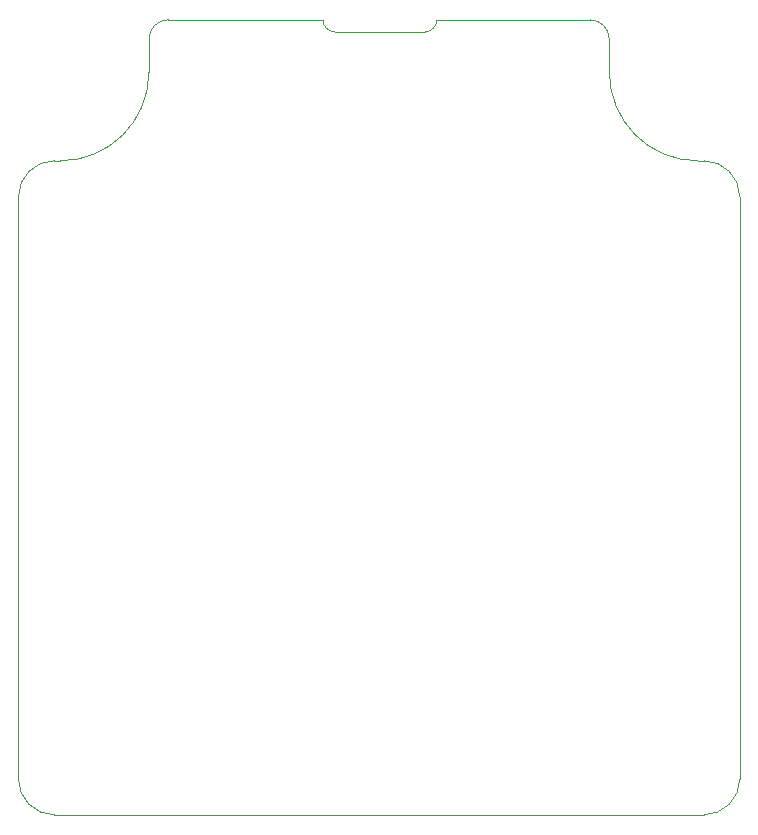
<source format=gbr>
%TF.GenerationSoftware,KiCad,Pcbnew,(5.1.7)-1*%
%TF.CreationDate,2020-11-03T18:18:40+01:00*%
%TF.ProjectId,Temperature-controller-with-ESP8266,54656d70-6572-4617-9475-72652d636f6e,rev?*%
%TF.SameCoordinates,Original*%
%TF.FileFunction,Profile,NP*%
%FSLAX46Y46*%
G04 Gerber Fmt 4.6, Leading zero omitted, Abs format (unit mm)*
G04 Created by KiCad (PCBNEW (5.1.7)-1) date 2020-11-03 18:18:40*
%MOMM*%
%LPD*%
G01*
G04 APERTURE LIST*
%TA.AperFunction,Profile*%
%ADD10C,0.050000*%
%TD*%
G04 APERTURE END LIST*
D10*
X119126000Y-53721000D02*
X132080000Y-53721000D01*
X119126000Y-53721000D02*
G75*
G02*
X118110000Y-54737000I-1016000J0D01*
G01*
X109474000Y-53721000D02*
G75*
G03*
X110490000Y-54737000I1016000J0D01*
G01*
X118110000Y-54737000D02*
X110490000Y-54737000D01*
X86741000Y-121031000D02*
G75*
G02*
X83693000Y-117983000I0J3048000D01*
G01*
X144780000Y-117983000D02*
G75*
G02*
X141732000Y-121031000I-3048000J0D01*
G01*
X83693000Y-68707000D02*
G75*
G02*
X86741000Y-65659000I3048000J0D01*
G01*
X94742000Y-58166000D02*
G75*
G02*
X87249000Y-65659000I-7493000J0D01*
G01*
X83693000Y-68707000D02*
X83693000Y-69215000D01*
X86741000Y-65659000D02*
X87249000Y-65659000D01*
X94742000Y-55372000D02*
G75*
G02*
X96393000Y-53721000I1651000J0D01*
G01*
X132080000Y-53721000D02*
G75*
G02*
X133731000Y-55372000I0J-1651000D01*
G01*
X144780000Y-117983000D02*
X144780000Y-68707000D01*
X141732000Y-65659000D02*
G75*
G02*
X144780000Y-68707000I0J-3048000D01*
G01*
X141224000Y-65659000D02*
G75*
G02*
X133731000Y-58166000I0J7493000D01*
G01*
X141732000Y-65659000D02*
X141224000Y-65659000D01*
X133731000Y-55372000D02*
X133731000Y-58166000D01*
X94742000Y-55372000D02*
X94742000Y-58166000D01*
X96393000Y-53721000D02*
X109474000Y-53721000D01*
X86741000Y-121031000D02*
X141732000Y-121031000D01*
X83693000Y-117983000D02*
X83693000Y-69215000D01*
M02*

</source>
